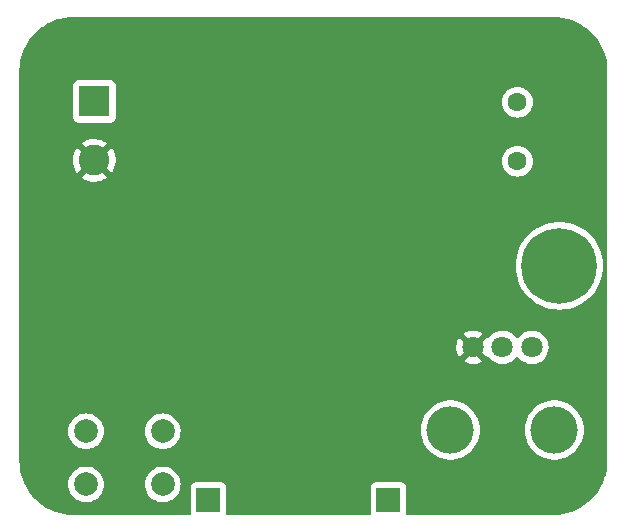
<source format=gbl>
%TF.GenerationSoftware,KiCad,Pcbnew,(6.0.7)*%
%TF.CreationDate,2022-08-07T20:56:25-04:00*%
%TF.ProjectId,2022_generic,32303232-5f67-4656-9e65-7269632e6b69,rev?*%
%TF.SameCoordinates,Original*%
%TF.FileFunction,Copper,L2,Bot*%
%TF.FilePolarity,Positive*%
%FSLAX46Y46*%
G04 Gerber Fmt 4.6, Leading zero omitted, Abs format (unit mm)*
G04 Created by KiCad (PCBNEW (6.0.7)) date 2022-08-07 20:56:25*
%MOMM*%
%LPD*%
G01*
G04 APERTURE LIST*
%TA.AperFunction,ComponentPad*%
%ADD10C,6.400000*%
%TD*%
%TA.AperFunction,ComponentPad*%
%ADD11R,2.000000X2.000000*%
%TD*%
%TA.AperFunction,ComponentPad*%
%ADD12R,2.600000X2.600000*%
%TD*%
%TA.AperFunction,ComponentPad*%
%ADD13C,2.600000*%
%TD*%
%TA.AperFunction,WasherPad*%
%ADD14C,4.000000*%
%TD*%
%TA.AperFunction,ComponentPad*%
%ADD15C,1.800000*%
%TD*%
%TA.AperFunction,ComponentPad*%
%ADD16C,1.600000*%
%TD*%
%TA.AperFunction,ComponentPad*%
%ADD17C,2.000000*%
%TD*%
%TA.AperFunction,ViaPad*%
%ADD18C,0.762000*%
%TD*%
G04 APERTURE END LIST*
D10*
X180848000Y-118110000D03*
D11*
X166370000Y-137922000D03*
D12*
X141470000Y-104180000D03*
D13*
X141470000Y-109180000D03*
D14*
X180422000Y-132014000D03*
X171622000Y-132014000D03*
D15*
X173522000Y-125014000D03*
X176022000Y-125014000D03*
X178522000Y-125014000D03*
D11*
X151130000Y-137922000D03*
D16*
X177292000Y-109249216D03*
X177292000Y-104249216D03*
D17*
X147268000Y-132116000D03*
X140768000Y-132116000D03*
X140768000Y-136616000D03*
X147268000Y-136616000D03*
D18*
X156210000Y-109728000D03*
X147828000Y-114554000D03*
X156286200Y-116001800D03*
%TA.AperFunction,Conductor*%
G36*
X180310018Y-97030000D02*
G01*
X180324851Y-97032310D01*
X180324855Y-97032310D01*
X180333724Y-97033691D01*
X180354183Y-97031016D01*
X180376008Y-97030072D01*
X180732937Y-97045656D01*
X180743886Y-97046614D01*
X181128379Y-97097233D01*
X181139205Y-97099142D01*
X181517822Y-97183080D01*
X181528439Y-97185925D01*
X181698702Y-97239608D01*
X181898302Y-97302542D01*
X181908615Y-97306295D01*
X182266932Y-97454715D01*
X182276876Y-97459353D01*
X182620867Y-97638423D01*
X182630387Y-97643919D01*
X182957468Y-97852292D01*
X182966472Y-97858597D01*
X183274138Y-98094678D01*
X183282558Y-98101743D01*
X183568483Y-98363744D01*
X183576256Y-98371517D01*
X183838257Y-98657442D01*
X183845322Y-98665862D01*
X184081403Y-98973528D01*
X184087708Y-98982532D01*
X184296081Y-99309613D01*
X184301577Y-99319133D01*
X184480643Y-99663115D01*
X184485289Y-99673077D01*
X184633702Y-100031377D01*
X184637461Y-100041706D01*
X184754075Y-100411561D01*
X184756920Y-100422178D01*
X184840858Y-100800795D01*
X184842767Y-100811621D01*
X184893386Y-101196114D01*
X184894344Y-101207064D01*
X184909603Y-101556552D01*
X184908223Y-101581429D01*
X184906309Y-101593724D01*
X184907473Y-101602626D01*
X184907473Y-101602628D01*
X184910436Y-101625283D01*
X184911500Y-101641621D01*
X184911500Y-134570633D01*
X184910000Y-134590018D01*
X184907690Y-134604851D01*
X184907690Y-134604855D01*
X184906309Y-134613724D01*
X184908984Y-134634183D01*
X184909928Y-134656012D01*
X184894344Y-135012936D01*
X184893386Y-135023886D01*
X184842767Y-135408379D01*
X184840858Y-135419205D01*
X184756920Y-135797822D01*
X184754075Y-135808439D01*
X184716051Y-135929037D01*
X184646885Y-136148406D01*
X184637461Y-136178294D01*
X184633705Y-136188615D01*
X184516578Y-136471385D01*
X184485289Y-136546923D01*
X184480647Y-136556876D01*
X184374764Y-136760276D01*
X184301577Y-136900867D01*
X184296081Y-136910387D01*
X184087708Y-137237468D01*
X184081403Y-137246472D01*
X183845322Y-137554138D01*
X183838257Y-137562558D01*
X183722233Y-137689177D01*
X183576256Y-137848483D01*
X183568483Y-137856256D01*
X183282558Y-138118257D01*
X183274138Y-138125322D01*
X182966472Y-138361403D01*
X182957468Y-138367708D01*
X182630387Y-138576081D01*
X182620868Y-138581576D01*
X182276876Y-138760647D01*
X182266932Y-138765285D01*
X181908615Y-138913705D01*
X181898302Y-138917458D01*
X181742073Y-138966717D01*
X181528439Y-139034075D01*
X181517822Y-139036920D01*
X181139205Y-139120858D01*
X181128378Y-139122767D01*
X180808375Y-139164896D01*
X180743886Y-139173386D01*
X180732937Y-139174344D01*
X180383446Y-139189603D01*
X180358571Y-139188223D01*
X180346276Y-139186309D01*
X180337374Y-139187473D01*
X180337372Y-139187473D01*
X180322323Y-139189441D01*
X180314714Y-139190436D01*
X180298379Y-139191500D01*
X167992353Y-139191500D01*
X167924232Y-139171498D01*
X167877739Y-139117842D01*
X167867635Y-139047568D01*
X167869295Y-139038852D01*
X167871745Y-139032316D01*
X167878500Y-138970134D01*
X167878500Y-136873866D01*
X167871745Y-136811684D01*
X167820615Y-136675295D01*
X167733261Y-136558739D01*
X167616705Y-136471385D01*
X167480316Y-136420255D01*
X167418134Y-136413500D01*
X165321866Y-136413500D01*
X165259684Y-136420255D01*
X165123295Y-136471385D01*
X165006739Y-136558739D01*
X164919385Y-136675295D01*
X164868255Y-136811684D01*
X164861500Y-136873866D01*
X164861500Y-138970134D01*
X164868255Y-139032316D01*
X164870173Y-139037431D01*
X164866529Y-139107251D01*
X164825084Y-139164896D01*
X164759054Y-139190983D01*
X164747647Y-139191500D01*
X152752353Y-139191500D01*
X152684232Y-139171498D01*
X152637739Y-139117842D01*
X152627635Y-139047568D01*
X152629295Y-139038852D01*
X152631745Y-139032316D01*
X152638500Y-138970134D01*
X152638500Y-136873866D01*
X152631745Y-136811684D01*
X152580615Y-136675295D01*
X152493261Y-136558739D01*
X152376705Y-136471385D01*
X152240316Y-136420255D01*
X152178134Y-136413500D01*
X150081866Y-136413500D01*
X150019684Y-136420255D01*
X149883295Y-136471385D01*
X149766739Y-136558739D01*
X149679385Y-136675295D01*
X149628255Y-136811684D01*
X149621500Y-136873866D01*
X149621500Y-138970134D01*
X149628255Y-139032316D01*
X149630173Y-139037431D01*
X149626529Y-139107251D01*
X149585084Y-139164896D01*
X149519054Y-139190983D01*
X149507647Y-139191500D01*
X139749367Y-139191500D01*
X139729982Y-139190000D01*
X139715149Y-139187690D01*
X139715145Y-139187690D01*
X139706276Y-139186309D01*
X139685817Y-139188984D01*
X139663992Y-139189928D01*
X139307063Y-139174344D01*
X139296114Y-139173386D01*
X139231626Y-139164896D01*
X138911622Y-139122767D01*
X138900795Y-139120858D01*
X138522178Y-139036920D01*
X138511561Y-139034075D01*
X138297927Y-138966717D01*
X138141698Y-138917458D01*
X138131385Y-138913705D01*
X137773068Y-138765285D01*
X137763124Y-138760647D01*
X137419132Y-138581576D01*
X137409613Y-138576081D01*
X137082532Y-138367708D01*
X137073528Y-138361403D01*
X136765862Y-138125322D01*
X136757442Y-138118257D01*
X136471517Y-137856256D01*
X136463744Y-137848483D01*
X136317768Y-137689177D01*
X136201743Y-137562558D01*
X136194678Y-137554138D01*
X135958597Y-137246472D01*
X135952292Y-137237468D01*
X135743919Y-136910387D01*
X135738423Y-136900867D01*
X135665236Y-136760276D01*
X135590131Y-136616000D01*
X139254835Y-136616000D01*
X139273465Y-136852711D01*
X139274619Y-136857518D01*
X139274620Y-136857524D01*
X139309640Y-137003391D01*
X139328895Y-137083594D01*
X139330788Y-137088165D01*
X139330789Y-137088167D01*
X139396361Y-137246472D01*
X139419760Y-137302963D01*
X139422346Y-137307183D01*
X139541241Y-137501202D01*
X139541245Y-137501208D01*
X139543824Y-137505416D01*
X139698031Y-137685969D01*
X139878584Y-137840176D01*
X139882792Y-137842755D01*
X139882798Y-137842759D01*
X139988237Y-137907372D01*
X140081037Y-137964240D01*
X140085607Y-137966133D01*
X140085611Y-137966135D01*
X140295833Y-138053211D01*
X140300406Y-138055105D01*
X140380609Y-138074360D01*
X140526476Y-138109380D01*
X140526482Y-138109381D01*
X140531289Y-138110535D01*
X140768000Y-138129165D01*
X141004711Y-138110535D01*
X141009518Y-138109381D01*
X141009524Y-138109380D01*
X141155391Y-138074360D01*
X141235594Y-138055105D01*
X141240167Y-138053211D01*
X141450389Y-137966135D01*
X141450393Y-137966133D01*
X141454963Y-137964240D01*
X141547763Y-137907372D01*
X141653202Y-137842759D01*
X141653208Y-137842755D01*
X141657416Y-137840176D01*
X141837969Y-137685969D01*
X141992176Y-137505416D01*
X141994755Y-137501208D01*
X141994759Y-137501202D01*
X142113654Y-137307183D01*
X142116240Y-137302963D01*
X142139640Y-137246472D01*
X142205211Y-137088167D01*
X142205212Y-137088165D01*
X142207105Y-137083594D01*
X142226360Y-137003391D01*
X142261380Y-136857524D01*
X142261381Y-136857518D01*
X142262535Y-136852711D01*
X142281165Y-136616000D01*
X145754835Y-136616000D01*
X145773465Y-136852711D01*
X145774619Y-136857518D01*
X145774620Y-136857524D01*
X145809640Y-137003391D01*
X145828895Y-137083594D01*
X145830788Y-137088165D01*
X145830789Y-137088167D01*
X145896361Y-137246472D01*
X145919760Y-137302963D01*
X145922346Y-137307183D01*
X146041241Y-137501202D01*
X146041245Y-137501208D01*
X146043824Y-137505416D01*
X146198031Y-137685969D01*
X146378584Y-137840176D01*
X146382792Y-137842755D01*
X146382798Y-137842759D01*
X146488237Y-137907372D01*
X146581037Y-137964240D01*
X146585607Y-137966133D01*
X146585611Y-137966135D01*
X146795833Y-138053211D01*
X146800406Y-138055105D01*
X146880609Y-138074360D01*
X147026476Y-138109380D01*
X147026482Y-138109381D01*
X147031289Y-138110535D01*
X147268000Y-138129165D01*
X147504711Y-138110535D01*
X147509518Y-138109381D01*
X147509524Y-138109380D01*
X147655391Y-138074360D01*
X147735594Y-138055105D01*
X147740167Y-138053211D01*
X147950389Y-137966135D01*
X147950393Y-137966133D01*
X147954963Y-137964240D01*
X148047763Y-137907372D01*
X148153202Y-137842759D01*
X148153208Y-137842755D01*
X148157416Y-137840176D01*
X148337969Y-137685969D01*
X148492176Y-137505416D01*
X148494755Y-137501208D01*
X148494759Y-137501202D01*
X148613654Y-137307183D01*
X148616240Y-137302963D01*
X148639640Y-137246472D01*
X148705211Y-137088167D01*
X148705212Y-137088165D01*
X148707105Y-137083594D01*
X148726360Y-137003391D01*
X148761380Y-136857524D01*
X148761381Y-136857518D01*
X148762535Y-136852711D01*
X148781165Y-136616000D01*
X148762535Y-136379289D01*
X148707105Y-136148406D01*
X148616240Y-135929037D01*
X148535831Y-135797822D01*
X148494759Y-135730798D01*
X148494755Y-135730792D01*
X148492176Y-135726584D01*
X148337969Y-135546031D01*
X148157416Y-135391824D01*
X148153208Y-135389245D01*
X148153202Y-135389241D01*
X147959183Y-135270346D01*
X147954963Y-135267760D01*
X147950393Y-135265867D01*
X147950389Y-135265865D01*
X147740167Y-135178789D01*
X147740165Y-135178788D01*
X147735594Y-135176895D01*
X147655391Y-135157640D01*
X147509524Y-135122620D01*
X147509518Y-135122619D01*
X147504711Y-135121465D01*
X147268000Y-135102835D01*
X147031289Y-135121465D01*
X147026482Y-135122619D01*
X147026476Y-135122620D01*
X146880609Y-135157640D01*
X146800406Y-135176895D01*
X146795835Y-135178788D01*
X146795833Y-135178789D01*
X146585611Y-135265865D01*
X146585607Y-135265867D01*
X146581037Y-135267760D01*
X146576817Y-135270346D01*
X146382798Y-135389241D01*
X146382792Y-135389245D01*
X146378584Y-135391824D01*
X146198031Y-135546031D01*
X146043824Y-135726584D01*
X146041245Y-135730792D01*
X146041241Y-135730798D01*
X146000169Y-135797822D01*
X145919760Y-135929037D01*
X145828895Y-136148406D01*
X145773465Y-136379289D01*
X145754835Y-136616000D01*
X142281165Y-136616000D01*
X142262535Y-136379289D01*
X142207105Y-136148406D01*
X142116240Y-135929037D01*
X142035831Y-135797822D01*
X141994759Y-135730798D01*
X141994755Y-135730792D01*
X141992176Y-135726584D01*
X141837969Y-135546031D01*
X141657416Y-135391824D01*
X141653208Y-135389245D01*
X141653202Y-135389241D01*
X141459183Y-135270346D01*
X141454963Y-135267760D01*
X141450393Y-135265867D01*
X141450389Y-135265865D01*
X141240167Y-135178789D01*
X141240165Y-135178788D01*
X141235594Y-135176895D01*
X141155391Y-135157640D01*
X141009524Y-135122620D01*
X141009518Y-135122619D01*
X141004711Y-135121465D01*
X140768000Y-135102835D01*
X140531289Y-135121465D01*
X140526482Y-135122619D01*
X140526476Y-135122620D01*
X140380609Y-135157640D01*
X140300406Y-135176895D01*
X140295835Y-135178788D01*
X140295833Y-135178789D01*
X140085611Y-135265865D01*
X140085607Y-135265867D01*
X140081037Y-135267760D01*
X140076817Y-135270346D01*
X139882798Y-135389241D01*
X139882792Y-135389245D01*
X139878584Y-135391824D01*
X139698031Y-135546031D01*
X139543824Y-135726584D01*
X139541245Y-135730792D01*
X139541241Y-135730798D01*
X139500169Y-135797822D01*
X139419760Y-135929037D01*
X139328895Y-136148406D01*
X139273465Y-136379289D01*
X139254835Y-136616000D01*
X135590131Y-136616000D01*
X135559353Y-136556876D01*
X135554711Y-136546923D01*
X135523423Y-136471385D01*
X135406295Y-136188615D01*
X135402539Y-136178294D01*
X135393116Y-136148406D01*
X135323949Y-135929037D01*
X135285925Y-135808439D01*
X135283080Y-135797822D01*
X135199142Y-135419205D01*
X135197233Y-135408379D01*
X135146614Y-135023886D01*
X135145656Y-135012936D01*
X135130561Y-134667208D01*
X135132188Y-134640805D01*
X135132769Y-134637352D01*
X135132770Y-134637345D01*
X135133576Y-134632552D01*
X135133729Y-134620000D01*
X135129773Y-134592376D01*
X135128500Y-134574514D01*
X135128500Y-132116000D01*
X139254835Y-132116000D01*
X139273465Y-132352711D01*
X139328895Y-132583594D01*
X139330788Y-132588165D01*
X139330789Y-132588167D01*
X139353439Y-132642848D01*
X139419760Y-132802963D01*
X139422346Y-132807183D01*
X139541241Y-133001202D01*
X139541245Y-133001208D01*
X139543824Y-133005416D01*
X139698031Y-133185969D01*
X139878584Y-133340176D01*
X139882792Y-133342755D01*
X139882798Y-133342759D01*
X140076817Y-133461654D01*
X140081037Y-133464240D01*
X140085607Y-133466133D01*
X140085611Y-133466135D01*
X140153915Y-133494427D01*
X140300406Y-133555105D01*
X140380609Y-133574360D01*
X140526476Y-133609380D01*
X140526482Y-133609381D01*
X140531289Y-133610535D01*
X140768000Y-133629165D01*
X141004711Y-133610535D01*
X141009518Y-133609381D01*
X141009524Y-133609380D01*
X141155391Y-133574360D01*
X141235594Y-133555105D01*
X141382085Y-133494427D01*
X141450389Y-133466135D01*
X141450393Y-133466133D01*
X141454963Y-133464240D01*
X141459183Y-133461654D01*
X141653202Y-133342759D01*
X141653208Y-133342755D01*
X141657416Y-133340176D01*
X141837969Y-133185969D01*
X141992176Y-133005416D01*
X141994755Y-133001208D01*
X141994759Y-133001202D01*
X142113654Y-132807183D01*
X142116240Y-132802963D01*
X142182562Y-132642848D01*
X142205211Y-132588167D01*
X142205212Y-132588165D01*
X142207105Y-132583594D01*
X142262535Y-132352711D01*
X142281165Y-132116000D01*
X145754835Y-132116000D01*
X145773465Y-132352711D01*
X145828895Y-132583594D01*
X145830788Y-132588165D01*
X145830789Y-132588167D01*
X145853439Y-132642848D01*
X145919760Y-132802963D01*
X145922346Y-132807183D01*
X146041241Y-133001202D01*
X146041245Y-133001208D01*
X146043824Y-133005416D01*
X146198031Y-133185969D01*
X146378584Y-133340176D01*
X146382792Y-133342755D01*
X146382798Y-133342759D01*
X146576817Y-133461654D01*
X146581037Y-133464240D01*
X146585607Y-133466133D01*
X146585611Y-133466135D01*
X146653915Y-133494427D01*
X146800406Y-133555105D01*
X146880609Y-133574360D01*
X147026476Y-133609380D01*
X147026482Y-133609381D01*
X147031289Y-133610535D01*
X147268000Y-133629165D01*
X147504711Y-133610535D01*
X147509518Y-133609381D01*
X147509524Y-133609380D01*
X147655391Y-133574360D01*
X147735594Y-133555105D01*
X147882085Y-133494427D01*
X147950389Y-133466135D01*
X147950393Y-133466133D01*
X147954963Y-133464240D01*
X147959183Y-133461654D01*
X148153202Y-133342759D01*
X148153208Y-133342755D01*
X148157416Y-133340176D01*
X148337969Y-133185969D01*
X148492176Y-133005416D01*
X148494755Y-133001208D01*
X148494759Y-133001202D01*
X148613654Y-132807183D01*
X148616240Y-132802963D01*
X148682562Y-132642848D01*
X148705211Y-132588167D01*
X148705212Y-132588165D01*
X148707105Y-132583594D01*
X148762535Y-132352711D01*
X148781165Y-132116000D01*
X148773137Y-132014000D01*
X169108540Y-132014000D01*
X169128359Y-132329020D01*
X169187505Y-132639072D01*
X169285044Y-132939266D01*
X169286731Y-132942852D01*
X169286733Y-132942856D01*
X169417750Y-133221283D01*
X169417754Y-133221290D01*
X169419438Y-133224869D01*
X169588568Y-133491375D01*
X169789767Y-133734582D01*
X170019860Y-133950654D01*
X170275221Y-134136184D01*
X170551821Y-134288247D01*
X170555490Y-134289700D01*
X170555495Y-134289702D01*
X170841628Y-134402990D01*
X170845298Y-134404443D01*
X171151025Y-134482940D01*
X171464179Y-134522500D01*
X171779821Y-134522500D01*
X172092975Y-134482940D01*
X172398702Y-134404443D01*
X172402372Y-134402990D01*
X172688505Y-134289702D01*
X172688510Y-134289700D01*
X172692179Y-134288247D01*
X172968779Y-134136184D01*
X173224140Y-133950654D01*
X173454233Y-133734582D01*
X173655432Y-133491375D01*
X173824562Y-133224869D01*
X173826246Y-133221290D01*
X173826250Y-133221283D01*
X173957267Y-132942856D01*
X173957269Y-132942852D01*
X173958956Y-132939266D01*
X174056495Y-132639072D01*
X174115641Y-132329020D01*
X174135460Y-132014000D01*
X177908540Y-132014000D01*
X177928359Y-132329020D01*
X177987505Y-132639072D01*
X178085044Y-132939266D01*
X178086731Y-132942852D01*
X178086733Y-132942856D01*
X178217750Y-133221283D01*
X178217754Y-133221290D01*
X178219438Y-133224869D01*
X178388568Y-133491375D01*
X178589767Y-133734582D01*
X178819860Y-133950654D01*
X179075221Y-134136184D01*
X179351821Y-134288247D01*
X179355490Y-134289700D01*
X179355495Y-134289702D01*
X179641628Y-134402990D01*
X179645298Y-134404443D01*
X179951025Y-134482940D01*
X180264179Y-134522500D01*
X180579821Y-134522500D01*
X180892975Y-134482940D01*
X181198702Y-134404443D01*
X181202372Y-134402990D01*
X181488505Y-134289702D01*
X181488510Y-134289700D01*
X181492179Y-134288247D01*
X181768779Y-134136184D01*
X182024140Y-133950654D01*
X182254233Y-133734582D01*
X182455432Y-133491375D01*
X182624562Y-133224869D01*
X182626246Y-133221290D01*
X182626250Y-133221283D01*
X182757267Y-132942856D01*
X182757269Y-132942852D01*
X182758956Y-132939266D01*
X182856495Y-132639072D01*
X182915641Y-132329020D01*
X182935460Y-132014000D01*
X182915641Y-131698980D01*
X182856495Y-131388928D01*
X182758956Y-131088734D01*
X182666298Y-130891824D01*
X182626250Y-130806717D01*
X182626246Y-130806710D01*
X182624562Y-130803131D01*
X182455432Y-130536625D01*
X182254233Y-130293418D01*
X182024140Y-130077346D01*
X181768779Y-129891816D01*
X181492179Y-129739753D01*
X181488510Y-129738300D01*
X181488505Y-129738298D01*
X181202372Y-129625010D01*
X181202371Y-129625010D01*
X181198702Y-129623557D01*
X180892975Y-129545060D01*
X180579821Y-129505500D01*
X180264179Y-129505500D01*
X179951025Y-129545060D01*
X179645298Y-129623557D01*
X179641629Y-129625010D01*
X179641628Y-129625010D01*
X179355495Y-129738298D01*
X179355490Y-129738300D01*
X179351821Y-129739753D01*
X179075221Y-129891816D01*
X178819860Y-130077346D01*
X178589767Y-130293418D01*
X178388568Y-130536625D01*
X178219438Y-130803131D01*
X178217754Y-130806710D01*
X178217750Y-130806717D01*
X178177702Y-130891824D01*
X178085044Y-131088734D01*
X177987505Y-131388928D01*
X177928359Y-131698980D01*
X177908540Y-132014000D01*
X174135460Y-132014000D01*
X174115641Y-131698980D01*
X174056495Y-131388928D01*
X173958956Y-131088734D01*
X173866298Y-130891824D01*
X173826250Y-130806717D01*
X173826246Y-130806710D01*
X173824562Y-130803131D01*
X173655432Y-130536625D01*
X173454233Y-130293418D01*
X173224140Y-130077346D01*
X172968779Y-129891816D01*
X172692179Y-129739753D01*
X172688510Y-129738300D01*
X172688505Y-129738298D01*
X172402372Y-129625010D01*
X172402371Y-129625010D01*
X172398702Y-129623557D01*
X172092975Y-129545060D01*
X171779821Y-129505500D01*
X171464179Y-129505500D01*
X171151025Y-129545060D01*
X170845298Y-129623557D01*
X170841629Y-129625010D01*
X170841628Y-129625010D01*
X170555495Y-129738298D01*
X170555490Y-129738300D01*
X170551821Y-129739753D01*
X170275221Y-129891816D01*
X170019860Y-130077346D01*
X169789767Y-130293418D01*
X169588568Y-130536625D01*
X169419438Y-130803131D01*
X169417754Y-130806710D01*
X169417750Y-130806717D01*
X169377702Y-130891824D01*
X169285044Y-131088734D01*
X169187505Y-131388928D01*
X169128359Y-131698980D01*
X169108540Y-132014000D01*
X148773137Y-132014000D01*
X148762535Y-131879289D01*
X148707105Y-131648406D01*
X148616240Y-131429037D01*
X148589347Y-131385152D01*
X148494759Y-131230798D01*
X148494755Y-131230792D01*
X148492176Y-131226584D01*
X148337969Y-131046031D01*
X148157416Y-130891824D01*
X148153208Y-130889245D01*
X148153202Y-130889241D01*
X147959183Y-130770346D01*
X147954963Y-130767760D01*
X147950393Y-130765867D01*
X147950389Y-130765865D01*
X147740167Y-130678789D01*
X147740165Y-130678788D01*
X147735594Y-130676895D01*
X147655391Y-130657640D01*
X147509524Y-130622620D01*
X147509518Y-130622619D01*
X147504711Y-130621465D01*
X147268000Y-130602835D01*
X147031289Y-130621465D01*
X147026482Y-130622619D01*
X147026476Y-130622620D01*
X146880609Y-130657640D01*
X146800406Y-130676895D01*
X146795835Y-130678788D01*
X146795833Y-130678789D01*
X146585611Y-130765865D01*
X146585607Y-130765867D01*
X146581037Y-130767760D01*
X146576817Y-130770346D01*
X146382798Y-130889241D01*
X146382792Y-130889245D01*
X146378584Y-130891824D01*
X146198031Y-131046031D01*
X146043824Y-131226584D01*
X146041245Y-131230792D01*
X146041241Y-131230798D01*
X145946653Y-131385152D01*
X145919760Y-131429037D01*
X145828895Y-131648406D01*
X145773465Y-131879289D01*
X145754835Y-132116000D01*
X142281165Y-132116000D01*
X142262535Y-131879289D01*
X142207105Y-131648406D01*
X142116240Y-131429037D01*
X142089347Y-131385152D01*
X141994759Y-131230798D01*
X141994755Y-131230792D01*
X141992176Y-131226584D01*
X141837969Y-131046031D01*
X141657416Y-130891824D01*
X141653208Y-130889245D01*
X141653202Y-130889241D01*
X141459183Y-130770346D01*
X141454963Y-130767760D01*
X141450393Y-130765867D01*
X141450389Y-130765865D01*
X141240167Y-130678789D01*
X141240165Y-130678788D01*
X141235594Y-130676895D01*
X141155391Y-130657640D01*
X141009524Y-130622620D01*
X141009518Y-130622619D01*
X141004711Y-130621465D01*
X140768000Y-130602835D01*
X140531289Y-130621465D01*
X140526482Y-130622619D01*
X140526476Y-130622620D01*
X140380609Y-130657640D01*
X140300406Y-130676895D01*
X140295835Y-130678788D01*
X140295833Y-130678789D01*
X140085611Y-130765865D01*
X140085607Y-130765867D01*
X140081037Y-130767760D01*
X140076817Y-130770346D01*
X139882798Y-130889241D01*
X139882792Y-130889245D01*
X139878584Y-130891824D01*
X139698031Y-131046031D01*
X139543824Y-131226584D01*
X139541245Y-131230792D01*
X139541241Y-131230798D01*
X139446653Y-131385152D01*
X139419760Y-131429037D01*
X139328895Y-131648406D01*
X139273465Y-131879289D01*
X139254835Y-132116000D01*
X135128500Y-132116000D01*
X135128500Y-126175406D01*
X172725423Y-126175406D01*
X172730704Y-126182461D01*
X172907080Y-126285527D01*
X172916363Y-126289974D01*
X173123003Y-126368883D01*
X173132901Y-126371759D01*
X173349653Y-126415857D01*
X173359883Y-126417076D01*
X173580914Y-126425182D01*
X173591223Y-126424714D01*
X173810623Y-126396608D01*
X173820688Y-126394468D01*
X174032557Y-126330905D01*
X174042152Y-126327144D01*
X174240778Y-126229838D01*
X174249636Y-126224559D01*
X174307097Y-126183572D01*
X174315497Y-126172874D01*
X174308510Y-126159721D01*
X173534811Y-125386021D01*
X173520868Y-125378408D01*
X173519034Y-125378539D01*
X173512420Y-125382790D01*
X172732180Y-126163031D01*
X172725423Y-126175406D01*
X135128500Y-126175406D01*
X135128500Y-124984638D01*
X172109893Y-124984638D01*
X172122627Y-125205468D01*
X172124061Y-125215670D01*
X172172685Y-125431439D01*
X172175773Y-125441292D01*
X172258986Y-125646220D01*
X172263634Y-125655421D01*
X172352097Y-125799781D01*
X172362553Y-125809242D01*
X172371331Y-125805458D01*
X173149979Y-125026811D01*
X173156356Y-125015132D01*
X173886408Y-125015132D01*
X173886539Y-125016966D01*
X173890790Y-125023580D01*
X174668307Y-125801096D01*
X174680313Y-125807652D01*
X174689244Y-125800829D01*
X174755519Y-125775370D01*
X174825037Y-125789783D01*
X174873165Y-125835117D01*
X174878800Y-125844311D01*
X174881501Y-125848719D01*
X175033147Y-126023784D01*
X175211349Y-126171730D01*
X175411322Y-126288584D01*
X175627694Y-126371209D01*
X175632760Y-126372240D01*
X175632761Y-126372240D01*
X175685846Y-126383040D01*
X175854656Y-126417385D01*
X175985324Y-126422176D01*
X176080949Y-126425683D01*
X176080953Y-126425683D01*
X176086113Y-126425872D01*
X176091233Y-126425216D01*
X176091235Y-126425216D01*
X176164291Y-126415857D01*
X176315847Y-126396442D01*
X176320795Y-126394957D01*
X176320802Y-126394956D01*
X176532747Y-126331369D01*
X176537690Y-126329886D01*
X176619161Y-126289974D01*
X176741049Y-126230262D01*
X176741052Y-126230260D01*
X176745684Y-126227991D01*
X176934243Y-126093494D01*
X177098303Y-125930005D01*
X177167370Y-125833888D01*
X177223365Y-125790240D01*
X177294068Y-125783794D01*
X177357033Y-125816597D01*
X177377128Y-125841584D01*
X177378799Y-125844311D01*
X177378802Y-125844315D01*
X177381501Y-125848719D01*
X177533147Y-126023784D01*
X177711349Y-126171730D01*
X177911322Y-126288584D01*
X178127694Y-126371209D01*
X178132760Y-126372240D01*
X178132761Y-126372240D01*
X178185846Y-126383040D01*
X178354656Y-126417385D01*
X178485324Y-126422176D01*
X178580949Y-126425683D01*
X178580953Y-126425683D01*
X178586113Y-126425872D01*
X178591233Y-126425216D01*
X178591235Y-126425216D01*
X178664291Y-126415857D01*
X178815847Y-126396442D01*
X178820795Y-126394957D01*
X178820802Y-126394956D01*
X179032747Y-126331369D01*
X179037690Y-126329886D01*
X179119161Y-126289974D01*
X179241049Y-126230262D01*
X179241052Y-126230260D01*
X179245684Y-126227991D01*
X179434243Y-126093494D01*
X179598303Y-125930005D01*
X179733458Y-125741917D01*
X179836078Y-125534280D01*
X179903408Y-125312671D01*
X179933640Y-125083041D01*
X179935327Y-125014000D01*
X179929032Y-124937434D01*
X179916773Y-124788318D01*
X179916772Y-124788312D01*
X179916349Y-124783167D01*
X179882797Y-124649592D01*
X179861184Y-124563544D01*
X179861183Y-124563540D01*
X179859925Y-124558533D01*
X179767570Y-124346131D01*
X179641764Y-124151665D01*
X179485887Y-123980358D01*
X179481836Y-123977159D01*
X179481832Y-123977155D01*
X179308177Y-123840011D01*
X179308172Y-123840008D01*
X179304123Y-123836810D01*
X179299607Y-123834317D01*
X179299604Y-123834315D01*
X179105879Y-123727373D01*
X179105875Y-123727371D01*
X179101355Y-123724876D01*
X179096486Y-123723152D01*
X179096482Y-123723150D01*
X178887903Y-123649288D01*
X178887899Y-123649287D01*
X178883028Y-123647562D01*
X178877935Y-123646655D01*
X178877932Y-123646654D01*
X178660095Y-123607851D01*
X178660089Y-123607850D01*
X178655006Y-123606945D01*
X178582096Y-123606054D01*
X178428581Y-123604179D01*
X178428579Y-123604179D01*
X178423411Y-123604116D01*
X178194464Y-123639150D01*
X177974314Y-123711106D01*
X177969726Y-123713494D01*
X177969722Y-123713496D01*
X177773461Y-123815663D01*
X177768872Y-123818052D01*
X177764739Y-123821155D01*
X177764736Y-123821157D01*
X177705284Y-123865795D01*
X177583655Y-123957117D01*
X177423639Y-124124564D01*
X177376836Y-124193174D01*
X177321927Y-124238175D01*
X177251402Y-124246346D01*
X177187655Y-124215092D01*
X177166959Y-124190609D01*
X177144577Y-124156013D01*
X177144574Y-124156009D01*
X177141764Y-124151665D01*
X176985887Y-123980358D01*
X176981836Y-123977159D01*
X176981832Y-123977155D01*
X176808177Y-123840011D01*
X176808172Y-123840008D01*
X176804123Y-123836810D01*
X176799607Y-123834317D01*
X176799604Y-123834315D01*
X176605879Y-123727373D01*
X176605875Y-123727371D01*
X176601355Y-123724876D01*
X176596486Y-123723152D01*
X176596482Y-123723150D01*
X176387903Y-123649288D01*
X176387899Y-123649287D01*
X176383028Y-123647562D01*
X176377935Y-123646655D01*
X176377932Y-123646654D01*
X176160095Y-123607851D01*
X176160089Y-123607850D01*
X176155006Y-123606945D01*
X176082096Y-123606054D01*
X175928581Y-123604179D01*
X175928579Y-123604179D01*
X175923411Y-123604116D01*
X175694464Y-123639150D01*
X175474314Y-123711106D01*
X175469726Y-123713494D01*
X175469722Y-123713496D01*
X175273461Y-123815663D01*
X175268872Y-123818052D01*
X175264739Y-123821155D01*
X175264736Y-123821157D01*
X175205284Y-123865795D01*
X175083655Y-123957117D01*
X174923639Y-124124564D01*
X174920730Y-124128829D01*
X174920724Y-124128837D01*
X174872199Y-124199972D01*
X174817288Y-124244975D01*
X174746763Y-124253146D01*
X174685884Y-124224439D01*
X174680538Y-124219835D01*
X174670973Y-124224238D01*
X173894021Y-125001189D01*
X173886408Y-125015132D01*
X173156356Y-125015132D01*
X173157592Y-125012868D01*
X173157461Y-125011034D01*
X173153210Y-125004420D01*
X172375862Y-124227073D01*
X172364330Y-124220776D01*
X172352048Y-124230399D01*
X172296467Y-124311877D01*
X172291379Y-124320833D01*
X172198252Y-124521459D01*
X172194689Y-124531146D01*
X172135581Y-124744280D01*
X172133650Y-124754400D01*
X172110145Y-124974349D01*
X172109893Y-124984638D01*
X135128500Y-124984638D01*
X135128500Y-123854711D01*
X172727508Y-123854711D01*
X172734251Y-123867040D01*
X173509189Y-124641979D01*
X173523132Y-124649592D01*
X173524966Y-124649461D01*
X173531580Y-124645210D01*
X174310994Y-123865795D01*
X174318011Y-123852944D01*
X174310237Y-123842274D01*
X174307902Y-123840430D01*
X174299320Y-123834729D01*
X174105678Y-123727833D01*
X174096272Y-123723606D01*
X173887772Y-123649772D01*
X173877809Y-123647140D01*
X173660047Y-123608350D01*
X173649796Y-123607381D01*
X173428616Y-123604679D01*
X173418332Y-123605399D01*
X173199693Y-123638855D01*
X173189666Y-123641244D01*
X172979426Y-123709961D01*
X172969916Y-123713958D01*
X172773725Y-123816089D01*
X172765007Y-123821578D01*
X172735961Y-123843386D01*
X172727508Y-123854711D01*
X135128500Y-123854711D01*
X135128500Y-118110000D01*
X177134411Y-118110000D01*
X177154754Y-118498176D01*
X177215562Y-118882099D01*
X177316167Y-119257562D01*
X177455468Y-119620453D01*
X177631938Y-119966794D01*
X177843643Y-120292793D01*
X178088266Y-120594876D01*
X178363124Y-120869734D01*
X178665207Y-121114357D01*
X178991205Y-121326062D01*
X178994139Y-121327557D01*
X178994146Y-121327561D01*
X179334607Y-121501034D01*
X179337547Y-121502532D01*
X179700438Y-121641833D01*
X180075901Y-121742438D01*
X180279793Y-121774732D01*
X180456576Y-121802732D01*
X180456584Y-121802733D01*
X180459824Y-121803246D01*
X180848000Y-121823589D01*
X181236176Y-121803246D01*
X181239416Y-121802733D01*
X181239424Y-121802732D01*
X181416207Y-121774732D01*
X181620099Y-121742438D01*
X181995562Y-121641833D01*
X182358453Y-121502532D01*
X182361393Y-121501034D01*
X182701854Y-121327561D01*
X182701861Y-121327557D01*
X182704795Y-121326062D01*
X183030793Y-121114357D01*
X183332876Y-120869734D01*
X183607734Y-120594876D01*
X183852357Y-120292793D01*
X184064062Y-119966794D01*
X184240532Y-119620453D01*
X184379833Y-119257562D01*
X184480438Y-118882099D01*
X184541246Y-118498176D01*
X184561589Y-118110000D01*
X184541246Y-117721824D01*
X184480438Y-117337901D01*
X184379833Y-116962438D01*
X184240532Y-116599547D01*
X184064062Y-116253206D01*
X183852357Y-115927207D01*
X183607734Y-115625124D01*
X183332876Y-115350266D01*
X183030793Y-115105643D01*
X182704795Y-114893938D01*
X182701861Y-114892443D01*
X182701854Y-114892439D01*
X182361393Y-114718966D01*
X182358453Y-114717468D01*
X181995562Y-114578167D01*
X181620099Y-114477562D01*
X181416207Y-114445268D01*
X181239424Y-114417268D01*
X181239416Y-114417267D01*
X181236176Y-114416754D01*
X180848000Y-114396411D01*
X180459824Y-114416754D01*
X180456584Y-114417267D01*
X180456576Y-114417268D01*
X180279793Y-114445268D01*
X180075901Y-114477562D01*
X179700438Y-114578167D01*
X179337547Y-114717468D01*
X179334607Y-114718966D01*
X178994147Y-114892439D01*
X178994140Y-114892443D01*
X178991206Y-114893938D01*
X178665207Y-115105643D01*
X178363124Y-115350266D01*
X178088266Y-115625124D01*
X177843643Y-115927207D01*
X177631938Y-116253206D01*
X177455468Y-116599547D01*
X177316167Y-116962438D01*
X177215562Y-117337901D01*
X177154754Y-117721824D01*
X177134411Y-118110000D01*
X135128500Y-118110000D01*
X135128500Y-110624906D01*
X140389839Y-110624906D01*
X140398553Y-110636427D01*
X140505452Y-110714809D01*
X140513351Y-110719745D01*
X140742905Y-110840519D01*
X140751454Y-110844236D01*
X140996327Y-110929749D01*
X141005336Y-110932163D01*
X141260166Y-110980544D01*
X141269423Y-110981598D01*
X141528607Y-110991783D01*
X141537921Y-110991457D01*
X141795753Y-110963220D01*
X141804930Y-110961519D01*
X142055758Y-110895481D01*
X142064574Y-110892445D01*
X142302880Y-110790062D01*
X142311167Y-110785748D01*
X142531718Y-110649266D01*
X142539268Y-110643780D01*
X142544559Y-110639301D01*
X142552997Y-110626497D01*
X142546935Y-110616145D01*
X141482812Y-109552022D01*
X141468868Y-109544408D01*
X141467035Y-109544539D01*
X141460420Y-109548790D01*
X140396497Y-110612713D01*
X140389839Y-110624906D01*
X135128500Y-110624906D01*
X135128500Y-109137211D01*
X139657775Y-109137211D01*
X139670220Y-109396288D01*
X139671356Y-109405543D01*
X139721961Y-109659945D01*
X139724449Y-109668917D01*
X139812095Y-109913033D01*
X139815895Y-109921568D01*
X139938658Y-110150042D01*
X139943666Y-110157904D01*
X140013720Y-110251716D01*
X140024979Y-110260165D01*
X140037397Y-110253393D01*
X141097978Y-109192812D01*
X141104356Y-109181132D01*
X141834408Y-109181132D01*
X141834539Y-109182965D01*
X141838790Y-109189580D01*
X142906094Y-110256884D01*
X142918474Y-110263644D01*
X142926815Y-110257400D01*
X143060832Y-110049048D01*
X143065275Y-110040864D01*
X143171807Y-109804370D01*
X143174997Y-109795605D01*
X143245402Y-109545972D01*
X143247262Y-109536830D01*
X143280187Y-109278019D01*
X143280668Y-109271733D01*
X143281258Y-109249216D01*
X175978502Y-109249216D01*
X175998457Y-109477303D01*
X176057716Y-109698459D01*
X176060039Y-109703440D01*
X176060039Y-109703441D01*
X176152151Y-109900978D01*
X176152154Y-109900983D01*
X176154477Y-109905965D01*
X176227902Y-110010827D01*
X176248935Y-110040864D01*
X176285802Y-110093516D01*
X176447700Y-110255414D01*
X176452208Y-110258571D01*
X176452211Y-110258573D01*
X176530389Y-110313314D01*
X176635251Y-110386739D01*
X176640233Y-110389062D01*
X176640238Y-110389065D01*
X176837775Y-110481177D01*
X176842757Y-110483500D01*
X176848065Y-110484922D01*
X176848067Y-110484923D01*
X177058598Y-110541335D01*
X177058600Y-110541335D01*
X177063913Y-110542759D01*
X177292000Y-110562714D01*
X177520087Y-110542759D01*
X177525400Y-110541335D01*
X177525402Y-110541335D01*
X177735933Y-110484923D01*
X177735935Y-110484922D01*
X177741243Y-110483500D01*
X177746225Y-110481177D01*
X177943762Y-110389065D01*
X177943767Y-110389062D01*
X177948749Y-110386739D01*
X178053611Y-110313314D01*
X178131789Y-110258573D01*
X178131792Y-110258571D01*
X178136300Y-110255414D01*
X178298198Y-110093516D01*
X178335066Y-110040864D01*
X178356098Y-110010827D01*
X178429523Y-109905965D01*
X178431846Y-109900983D01*
X178431849Y-109900978D01*
X178523961Y-109703441D01*
X178523961Y-109703440D01*
X178526284Y-109698459D01*
X178585543Y-109477303D01*
X178605498Y-109249216D01*
X178585543Y-109021129D01*
X178557551Y-108916663D01*
X178527707Y-108805283D01*
X178527706Y-108805281D01*
X178526284Y-108799973D01*
X178437344Y-108609239D01*
X178431849Y-108597454D01*
X178431846Y-108597449D01*
X178429523Y-108592467D01*
X178298198Y-108404916D01*
X178136300Y-108243018D01*
X178131792Y-108239861D01*
X178131789Y-108239859D01*
X178021274Y-108162476D01*
X177948749Y-108111693D01*
X177943767Y-108109370D01*
X177943762Y-108109367D01*
X177746225Y-108017255D01*
X177746224Y-108017255D01*
X177741243Y-108014932D01*
X177735935Y-108013510D01*
X177735933Y-108013509D01*
X177525402Y-107957097D01*
X177525400Y-107957097D01*
X177520087Y-107955673D01*
X177292000Y-107935718D01*
X177063913Y-107955673D01*
X177058600Y-107957097D01*
X177058598Y-107957097D01*
X176848067Y-108013509D01*
X176848065Y-108013510D01*
X176842757Y-108014932D01*
X176837776Y-108017255D01*
X176837775Y-108017255D01*
X176640238Y-108109367D01*
X176640233Y-108109370D01*
X176635251Y-108111693D01*
X176562726Y-108162476D01*
X176452211Y-108239859D01*
X176452208Y-108239861D01*
X176447700Y-108243018D01*
X176285802Y-108404916D01*
X176154477Y-108592467D01*
X176152154Y-108597449D01*
X176152151Y-108597454D01*
X176146656Y-108609239D01*
X176057716Y-108799973D01*
X176056294Y-108805281D01*
X176056293Y-108805283D01*
X176026449Y-108916663D01*
X175998457Y-109021129D01*
X175978502Y-109249216D01*
X143281258Y-109249216D01*
X143282987Y-109183160D01*
X143282836Y-109176851D01*
X143263501Y-108916663D01*
X143262125Y-108907457D01*
X143204878Y-108654467D01*
X143202154Y-108645556D01*
X143108143Y-108403806D01*
X143104132Y-108395397D01*
X142975422Y-108170202D01*
X142970211Y-108162476D01*
X142926996Y-108107658D01*
X142915071Y-108099187D01*
X142903537Y-108105673D01*
X141842022Y-109167188D01*
X141834408Y-109181132D01*
X141104356Y-109181132D01*
X141105592Y-109178868D01*
X141105461Y-109177035D01*
X141101210Y-109170420D01*
X140035816Y-108105026D01*
X140022507Y-108097758D01*
X140012472Y-108104878D01*
X139996937Y-108123556D01*
X139991531Y-108131135D01*
X139856965Y-108352891D01*
X139852736Y-108361192D01*
X139752432Y-108600389D01*
X139749471Y-108609239D01*
X139685628Y-108860625D01*
X139684006Y-108869822D01*
X139658020Y-109127885D01*
X139657775Y-109137211D01*
X135128500Y-109137211D01*
X135128500Y-107732689D01*
X140387102Y-107732689D01*
X140391675Y-107742465D01*
X141457188Y-108807978D01*
X141471132Y-108815592D01*
X141472965Y-108815461D01*
X141479580Y-108811210D01*
X142544349Y-107746441D01*
X142550733Y-107734751D01*
X142541321Y-107722641D01*
X142394045Y-107620471D01*
X142386010Y-107615738D01*
X142153376Y-107501016D01*
X142144743Y-107497528D01*
X141897703Y-107418450D01*
X141888643Y-107416274D01*
X141632630Y-107374580D01*
X141623343Y-107373768D01*
X141363992Y-107370373D01*
X141354681Y-107370943D01*
X141097682Y-107405919D01*
X141088546Y-107407860D01*
X140839543Y-107480439D01*
X140830800Y-107483707D01*
X140595252Y-107592296D01*
X140587097Y-107596816D01*
X140396240Y-107721947D01*
X140387102Y-107732689D01*
X135128500Y-107732689D01*
X135128500Y-105528134D01*
X139661500Y-105528134D01*
X139668255Y-105590316D01*
X139719385Y-105726705D01*
X139806739Y-105843261D01*
X139923295Y-105930615D01*
X140059684Y-105981745D01*
X140121866Y-105988500D01*
X142818134Y-105988500D01*
X142880316Y-105981745D01*
X143016705Y-105930615D01*
X143133261Y-105843261D01*
X143220615Y-105726705D01*
X143271745Y-105590316D01*
X143278500Y-105528134D01*
X143278500Y-104249216D01*
X175978502Y-104249216D01*
X175998457Y-104477303D01*
X176057716Y-104698459D01*
X176060039Y-104703440D01*
X176060039Y-104703441D01*
X176152151Y-104900978D01*
X176152154Y-104900983D01*
X176154477Y-104905965D01*
X176285802Y-105093516D01*
X176447700Y-105255414D01*
X176452208Y-105258571D01*
X176452211Y-105258573D01*
X176530389Y-105313314D01*
X176635251Y-105386739D01*
X176640233Y-105389062D01*
X176640238Y-105389065D01*
X176837775Y-105481177D01*
X176842757Y-105483500D01*
X176848065Y-105484922D01*
X176848067Y-105484923D01*
X177058598Y-105541335D01*
X177058600Y-105541335D01*
X177063913Y-105542759D01*
X177292000Y-105562714D01*
X177520087Y-105542759D01*
X177525400Y-105541335D01*
X177525402Y-105541335D01*
X177735933Y-105484923D01*
X177735935Y-105484922D01*
X177741243Y-105483500D01*
X177746225Y-105481177D01*
X177943762Y-105389065D01*
X177943767Y-105389062D01*
X177948749Y-105386739D01*
X178053611Y-105313314D01*
X178131789Y-105258573D01*
X178131792Y-105258571D01*
X178136300Y-105255414D01*
X178298198Y-105093516D01*
X178429523Y-104905965D01*
X178431846Y-104900983D01*
X178431849Y-104900978D01*
X178523961Y-104703441D01*
X178523961Y-104703440D01*
X178526284Y-104698459D01*
X178585543Y-104477303D01*
X178605498Y-104249216D01*
X178585543Y-104021129D01*
X178526284Y-103799973D01*
X178523961Y-103794991D01*
X178431849Y-103597454D01*
X178431846Y-103597449D01*
X178429523Y-103592467D01*
X178298198Y-103404916D01*
X178136300Y-103243018D01*
X178131792Y-103239861D01*
X178131789Y-103239859D01*
X178053611Y-103185118D01*
X177948749Y-103111693D01*
X177943767Y-103109370D01*
X177943762Y-103109367D01*
X177746225Y-103017255D01*
X177746224Y-103017255D01*
X177741243Y-103014932D01*
X177735935Y-103013510D01*
X177735933Y-103013509D01*
X177525402Y-102957097D01*
X177525400Y-102957097D01*
X177520087Y-102955673D01*
X177292000Y-102935718D01*
X177063913Y-102955673D01*
X177058600Y-102957097D01*
X177058598Y-102957097D01*
X176848067Y-103013509D01*
X176848065Y-103013510D01*
X176842757Y-103014932D01*
X176837776Y-103017255D01*
X176837775Y-103017255D01*
X176640238Y-103109367D01*
X176640233Y-103109370D01*
X176635251Y-103111693D01*
X176530389Y-103185118D01*
X176452211Y-103239859D01*
X176452208Y-103239861D01*
X176447700Y-103243018D01*
X176285802Y-103404916D01*
X176154477Y-103592467D01*
X176152154Y-103597449D01*
X176152151Y-103597454D01*
X176060039Y-103794991D01*
X176057716Y-103799973D01*
X175998457Y-104021129D01*
X175978502Y-104249216D01*
X143278500Y-104249216D01*
X143278500Y-102831866D01*
X143271745Y-102769684D01*
X143220615Y-102633295D01*
X143133261Y-102516739D01*
X143016705Y-102429385D01*
X142880316Y-102378255D01*
X142818134Y-102371500D01*
X140121866Y-102371500D01*
X140059684Y-102378255D01*
X139923295Y-102429385D01*
X139806739Y-102516739D01*
X139719385Y-102633295D01*
X139668255Y-102769684D01*
X139661500Y-102831866D01*
X139661500Y-105528134D01*
X135128500Y-105528134D01*
X135128500Y-101653250D01*
X135130246Y-101632345D01*
X135132770Y-101617344D01*
X135132770Y-101617341D01*
X135133576Y-101612552D01*
X135133729Y-101600000D01*
X135133039Y-101595184D01*
X135133039Y-101595178D01*
X135131387Y-101583644D01*
X135130234Y-101560284D01*
X135145656Y-101207064D01*
X135146614Y-101196114D01*
X135197233Y-100811621D01*
X135199142Y-100800795D01*
X135283080Y-100422178D01*
X135285925Y-100411561D01*
X135402539Y-100041706D01*
X135406298Y-100031377D01*
X135554711Y-99673077D01*
X135559357Y-99663115D01*
X135738423Y-99319133D01*
X135743919Y-99309613D01*
X135952292Y-98982532D01*
X135958597Y-98973528D01*
X136194678Y-98665862D01*
X136201743Y-98657442D01*
X136463744Y-98371517D01*
X136471517Y-98363744D01*
X136757442Y-98101743D01*
X136765862Y-98094678D01*
X137073528Y-97858597D01*
X137082532Y-97852292D01*
X137409613Y-97643919D01*
X137419133Y-97638423D01*
X137763124Y-97459353D01*
X137773068Y-97454715D01*
X138131385Y-97306295D01*
X138141698Y-97302542D01*
X138341298Y-97239608D01*
X138511561Y-97185925D01*
X138522178Y-97183080D01*
X138900795Y-97099142D01*
X138911621Y-97097233D01*
X139296114Y-97046614D01*
X139307063Y-97045656D01*
X139656554Y-97030397D01*
X139681429Y-97031777D01*
X139693724Y-97033691D01*
X139702626Y-97032527D01*
X139702628Y-97032527D01*
X139721399Y-97030072D01*
X139725286Y-97029564D01*
X139741621Y-97028500D01*
X180290633Y-97028500D01*
X180310018Y-97030000D01*
G37*
%TD.AperFunction*%
M02*

</source>
